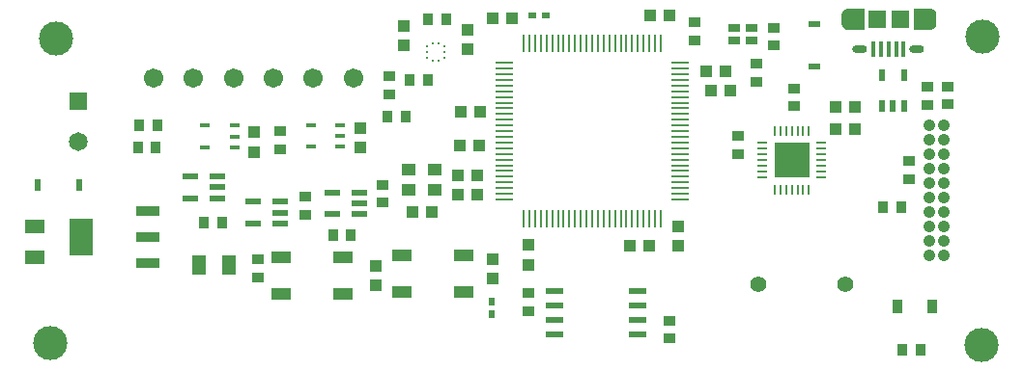
<source format=gbr>
%TF.GenerationSoftware,KiCad,Pcbnew,(6.0.9)*%
%TF.CreationDate,2022-12-21T09:32:13-07:00*%
%TF.ProjectId,Flight-Computer-Lite,466c6967-6874-42d4-936f-6d7075746572,rev?*%
%TF.SameCoordinates,Original*%
%TF.FileFunction,Soldermask,Top*%
%TF.FilePolarity,Negative*%
%FSLAX46Y46*%
G04 Gerber Fmt 4.6, Leading zero omitted, Abs format (unit mm)*
G04 Created by KiCad (PCBNEW (6.0.9)) date 2022-12-21 09:32:13*
%MOMM*%
%LPD*%
G01*
G04 APERTURE LIST*
%ADD10C,0.000100*%
%ADD11R,0.940000X1.020000*%
%ADD12R,1.020000X0.940000*%
%ADD13R,0.965200X1.295400*%
%ADD14R,1.700000X0.990600*%
%ADD15R,0.952500X0.406400*%
%ADD16R,1.100000X1.000000*%
%ADD17R,1.000000X0.800000*%
%ADD18R,0.609600X0.685800*%
%ADD19R,1.041400X0.584200*%
%ADD20R,1.270000X1.778000*%
%ADD21R,1.300000X1.100000*%
%ADD22C,3.000000*%
%ADD23C,1.066800*%
%ADD24R,1.000000X1.100000*%
%ADD25R,0.584200X1.041400*%
%ADD26R,0.685800X0.609600*%
%ADD27R,1.524000X0.558800*%
%ADD28R,0.400000X1.350000*%
%ADD29R,1.500000X1.550000*%
%ADD30O,1.300000X0.650000*%
%ADD31O,0.775000X1.550000*%
%ADD32R,1.650000X1.650000*%
%ADD33C,1.650000*%
%ADD34R,0.900000X0.254000*%
%ADD35R,0.254000X0.900000*%
%ADD36R,3.100000X3.100000*%
%ADD37R,0.558800X0.979300*%
%ADD38R,1.560000X0.280000*%
%ADD39R,0.280000X1.560000*%
%ADD40R,1.778000X1.270000*%
%ADD41R,1.320800X0.558800*%
%ADD42R,2.150000X0.950000*%
%ADD43R,2.150000X3.250000*%
%ADD44C,1.701800*%
%ADD45R,0.250000X0.275000*%
%ADD46R,0.275000X0.250000*%
%ADD47C,1.408000*%
G04 APERTURE END LIST*
%TO.C,P3*%
G36*
X231311600Y-77447500D02*
G01*
X231337600Y-77449500D01*
X231363600Y-77452500D01*
X231389600Y-77457500D01*
X231414600Y-77463500D01*
X231440600Y-77470500D01*
X231464600Y-77479500D01*
X231488600Y-77489500D01*
X231512600Y-77500500D01*
X231535600Y-77513500D01*
X231579600Y-77541500D01*
X231600600Y-77557500D01*
X231620600Y-77574500D01*
X231639600Y-77592500D01*
X231657600Y-77611500D01*
X231674600Y-77631500D01*
X231690600Y-77652500D01*
X231718600Y-77696500D01*
X231731600Y-77719500D01*
X231742600Y-77743500D01*
X231752600Y-77767500D01*
X231761600Y-77791500D01*
X231768600Y-77817500D01*
X231774600Y-77842500D01*
X231779600Y-77868500D01*
X231782600Y-77894500D01*
X231784600Y-77920500D01*
X231785600Y-77946500D01*
X231785600Y-78696500D01*
X231784600Y-78722500D01*
X231782600Y-78748500D01*
X231779600Y-78774500D01*
X231774600Y-78800500D01*
X231768600Y-78825500D01*
X231761600Y-78851500D01*
X231752600Y-78875500D01*
X231742600Y-78899500D01*
X231731600Y-78923500D01*
X231718600Y-78946500D01*
X231690600Y-78990500D01*
X231674600Y-79011500D01*
X231657600Y-79031500D01*
X231639600Y-79050500D01*
X231620600Y-79068500D01*
X231600600Y-79085500D01*
X231579600Y-79101500D01*
X231535600Y-79129500D01*
X231512600Y-79142500D01*
X231488600Y-79153500D01*
X231464600Y-79163500D01*
X231440600Y-79172500D01*
X231414600Y-79179500D01*
X231389600Y-79185500D01*
X231363600Y-79190500D01*
X231337600Y-79193500D01*
X231311600Y-79195500D01*
X231285600Y-79196500D01*
X229885600Y-79196500D01*
X229885600Y-77446500D01*
X231285600Y-77446500D01*
X231311600Y-77447500D01*
G37*
D10*
X231311600Y-77447500D02*
X231337600Y-77449500D01*
X231363600Y-77452500D01*
X231389600Y-77457500D01*
X231414600Y-77463500D01*
X231440600Y-77470500D01*
X231464600Y-77479500D01*
X231488600Y-77489500D01*
X231512600Y-77500500D01*
X231535600Y-77513500D01*
X231579600Y-77541500D01*
X231600600Y-77557500D01*
X231620600Y-77574500D01*
X231639600Y-77592500D01*
X231657600Y-77611500D01*
X231674600Y-77631500D01*
X231690600Y-77652500D01*
X231718600Y-77696500D01*
X231731600Y-77719500D01*
X231742600Y-77743500D01*
X231752600Y-77767500D01*
X231761600Y-77791500D01*
X231768600Y-77817500D01*
X231774600Y-77842500D01*
X231779600Y-77868500D01*
X231782600Y-77894500D01*
X231784600Y-77920500D01*
X231785600Y-77946500D01*
X231785600Y-78696500D01*
X231784600Y-78722500D01*
X231782600Y-78748500D01*
X231779600Y-78774500D01*
X231774600Y-78800500D01*
X231768600Y-78825500D01*
X231761600Y-78851500D01*
X231752600Y-78875500D01*
X231742600Y-78899500D01*
X231731600Y-78923500D01*
X231718600Y-78946500D01*
X231690600Y-78990500D01*
X231674600Y-79011500D01*
X231657600Y-79031500D01*
X231639600Y-79050500D01*
X231620600Y-79068500D01*
X231600600Y-79085500D01*
X231579600Y-79101500D01*
X231535600Y-79129500D01*
X231512600Y-79142500D01*
X231488600Y-79153500D01*
X231464600Y-79163500D01*
X231440600Y-79172500D01*
X231414600Y-79179500D01*
X231389600Y-79185500D01*
X231363600Y-79190500D01*
X231337600Y-79193500D01*
X231311600Y-79195500D01*
X231285600Y-79196500D01*
X229885600Y-79196500D01*
X229885600Y-77446500D01*
X231285600Y-77446500D01*
X231311600Y-77447500D01*
G36*
X225485600Y-79196500D02*
G01*
X224085600Y-79196500D01*
X224059600Y-79195500D01*
X224033600Y-79193500D01*
X224007600Y-79190500D01*
X223981600Y-79185500D01*
X223956600Y-79179500D01*
X223930600Y-79172500D01*
X223906600Y-79163500D01*
X223882600Y-79153500D01*
X223858600Y-79142500D01*
X223835600Y-79129500D01*
X223791600Y-79101500D01*
X223770600Y-79085500D01*
X223750600Y-79068500D01*
X223731600Y-79050500D01*
X223713600Y-79031500D01*
X223696600Y-79011500D01*
X223680600Y-78990500D01*
X223652600Y-78946500D01*
X223639600Y-78923500D01*
X223628600Y-78899500D01*
X223618600Y-78875500D01*
X223609600Y-78851500D01*
X223602600Y-78825500D01*
X223596600Y-78800500D01*
X223591600Y-78774500D01*
X223588600Y-78748500D01*
X223586600Y-78722500D01*
X223585600Y-78696500D01*
X223585600Y-77946500D01*
X223586600Y-77920500D01*
X223588600Y-77894500D01*
X223591600Y-77868500D01*
X223596600Y-77842500D01*
X223602600Y-77817500D01*
X223609600Y-77791500D01*
X223618600Y-77767500D01*
X223628600Y-77743500D01*
X223639600Y-77719500D01*
X223652600Y-77696500D01*
X223680600Y-77652500D01*
X223696600Y-77631500D01*
X223713600Y-77611500D01*
X223731600Y-77592500D01*
X223750600Y-77574500D01*
X223770600Y-77557500D01*
X223791600Y-77541500D01*
X223835600Y-77513500D01*
X223858600Y-77500500D01*
X223882600Y-77489500D01*
X223906600Y-77479500D01*
X223930600Y-77470500D01*
X223956600Y-77463500D01*
X223981600Y-77457500D01*
X224007600Y-77452500D01*
X224033600Y-77449500D01*
X224059600Y-77447500D01*
X224085600Y-77446500D01*
X225485600Y-77446500D01*
X225485600Y-79196500D01*
G37*
X225485600Y-79196500D02*
X224085600Y-79196500D01*
X224059600Y-79195500D01*
X224033600Y-79193500D01*
X224007600Y-79190500D01*
X223981600Y-79185500D01*
X223956600Y-79179500D01*
X223930600Y-79172500D01*
X223906600Y-79163500D01*
X223882600Y-79153500D01*
X223858600Y-79142500D01*
X223835600Y-79129500D01*
X223791600Y-79101500D01*
X223770600Y-79085500D01*
X223750600Y-79068500D01*
X223731600Y-79050500D01*
X223713600Y-79031500D01*
X223696600Y-79011500D01*
X223680600Y-78990500D01*
X223652600Y-78946500D01*
X223639600Y-78923500D01*
X223628600Y-78899500D01*
X223618600Y-78875500D01*
X223609600Y-78851500D01*
X223602600Y-78825500D01*
X223596600Y-78800500D01*
X223591600Y-78774500D01*
X223588600Y-78748500D01*
X223586600Y-78722500D01*
X223585600Y-78696500D01*
X223585600Y-77946500D01*
X223586600Y-77920500D01*
X223588600Y-77894500D01*
X223591600Y-77868500D01*
X223596600Y-77842500D01*
X223602600Y-77817500D01*
X223609600Y-77791500D01*
X223618600Y-77767500D01*
X223628600Y-77743500D01*
X223639600Y-77719500D01*
X223652600Y-77696500D01*
X223680600Y-77652500D01*
X223696600Y-77631500D01*
X223713600Y-77611500D01*
X223731600Y-77592500D01*
X223750600Y-77574500D01*
X223770600Y-77557500D01*
X223791600Y-77541500D01*
X223835600Y-77513500D01*
X223858600Y-77500500D01*
X223882600Y-77489500D01*
X223906600Y-77479500D01*
X223930600Y-77470500D01*
X223956600Y-77463500D01*
X223981600Y-77457500D01*
X224007600Y-77452500D01*
X224033600Y-77449500D01*
X224059600Y-77447500D01*
X224085600Y-77446500D01*
X225485600Y-77446500D01*
X225485600Y-79196500D01*
%TD*%
D11*
%TO.C,R24*%
X180571200Y-97282000D03*
X178991200Y-97282000D03*
%TD*%
D12*
%TO.C,R23*%
X172440600Y-101018400D03*
X172440600Y-99438400D03*
%TD*%
D13*
%TO.C,D4*%
X231470200Y-103555800D03*
X228422200Y-103555800D03*
%TD*%
D14*
%TO.C,B1*%
X190456800Y-102336399D03*
X185056800Y-102336399D03*
X190456800Y-99136401D03*
X185056800Y-99136401D03*
%TD*%
D15*
%TO.C,Q1*%
X170338750Y-89596001D03*
X170338750Y-88646000D03*
X170338750Y-87695999D03*
X167786050Y-87695999D03*
X167786050Y-89596001D03*
%TD*%
D16*
%TO.C,C2*%
X191908800Y-86461600D03*
X190208800Y-86461600D03*
%TD*%
D12*
%TO.C,R8*%
X231063800Y-85854600D03*
X231063800Y-84274600D03*
%TD*%
D11*
%TO.C,R16*%
X161897000Y-89611200D03*
X163477000Y-89611200D03*
%TD*%
D17*
%TO.C,D1*%
X214134000Y-79104400D03*
X215634000Y-79104400D03*
X215634000Y-80204400D03*
X214134000Y-80204400D03*
%TD*%
D18*
%TO.C,J1*%
X192938400Y-104241600D03*
X192938400Y-103124000D03*
%TD*%
D19*
%TO.C,D2*%
X221164430Y-78803500D03*
X221164430Y-82486500D03*
%TD*%
D20*
%TO.C,C13*%
X167264600Y-99923600D03*
X169906200Y-99923600D03*
%TD*%
D16*
%TO.C,C8*%
X191604000Y-92049600D03*
X189904000Y-92049600D03*
%TD*%
D21*
%TO.C,Y1*%
X185641600Y-93330600D03*
X187941600Y-93330600D03*
X187941600Y-91530600D03*
X185641600Y-91530600D03*
%TD*%
D16*
%TO.C,C14*%
X190132600Y-89433400D03*
X191832600Y-89433400D03*
%TD*%
D22*
%TO.C,H1*%
X235864400Y-106984800D03*
%TD*%
D23*
%TO.C,P2*%
X231230550Y-87706200D03*
X232500550Y-87706200D03*
X231230550Y-88976200D03*
X232500550Y-88976200D03*
X231230550Y-90246200D03*
X232500550Y-90246200D03*
X231230550Y-91516200D03*
X232500550Y-91516200D03*
X231230550Y-92786200D03*
X232500550Y-92786200D03*
X231230550Y-94056200D03*
X232500550Y-94056200D03*
X231230550Y-95326200D03*
X232500550Y-95326200D03*
X231230550Y-96596200D03*
X232500550Y-96596200D03*
X231230550Y-97866200D03*
X232500550Y-97866200D03*
X231230550Y-99136200D03*
X232500550Y-99136200D03*
%TD*%
D16*
%TO.C,C9*%
X191604000Y-93802200D03*
X189904000Y-93802200D03*
%TD*%
D24*
%TO.C,C3*%
X192989200Y-99403800D03*
X192989200Y-101103800D03*
%TD*%
D22*
%TO.C,H4*%
X154228800Y-106781600D03*
%TD*%
D16*
%TO.C,C18*%
X223025600Y-87985600D03*
X224725600Y-87985600D03*
%TD*%
%TO.C,C6*%
X211671800Y-82905600D03*
X213371800Y-82905600D03*
%TD*%
D25*
%TO.C,D3*%
X156781500Y-92919830D03*
X153098500Y-92919830D03*
%TD*%
D26*
%TO.C,J2*%
X196494400Y-78028800D03*
X197612000Y-78028800D03*
%TD*%
D12*
%TO.C,R2*%
X216128600Y-83822600D03*
X216128600Y-82242600D03*
%TD*%
%TO.C,R4*%
X229438200Y-92407800D03*
X229438200Y-90827800D03*
%TD*%
%TO.C,R9*%
X232841800Y-84249200D03*
X232841800Y-85829200D03*
%TD*%
D11*
%TO.C,R17*%
X187347800Y-78384400D03*
X188927800Y-78384400D03*
%TD*%
D27*
%TO.C,U3*%
X198437500Y-102235000D03*
X198437500Y-103505000D03*
X198437500Y-104775000D03*
X198437500Y-106045000D03*
X205727300Y-106045000D03*
X205727300Y-104775000D03*
X205727300Y-103505000D03*
X205727300Y-102235000D03*
%TD*%
D12*
%TO.C,R19*%
X174371000Y-88211600D03*
X174371000Y-89791600D03*
%TD*%
D28*
%TO.C,P3*%
X228985600Y-81021500D03*
X228335600Y-81021500D03*
X227685600Y-81021500D03*
X227035600Y-81021500D03*
X226385600Y-81021500D03*
D29*
X226685600Y-78321500D03*
D30*
X230185600Y-81021500D03*
D29*
X228685600Y-78321500D03*
D31*
X231185600Y-78321500D03*
X224185600Y-78321500D03*
D30*
X225185600Y-81021500D03*
%TD*%
D12*
%TO.C,R3*%
X210642200Y-80190400D03*
X210642200Y-78610400D03*
%TD*%
D16*
%TO.C,C17*%
X223025600Y-86055200D03*
X224725600Y-86055200D03*
%TD*%
D24*
%TO.C,C19*%
X172085000Y-90004000D03*
X172085000Y-88304000D03*
%TD*%
D32*
%TO.C,P1*%
X156670400Y-85575200D03*
D33*
X156670400Y-89075200D03*
%TD*%
D12*
%TO.C,R10*%
X208457800Y-106403200D03*
X208457800Y-104823200D03*
%TD*%
D34*
%TO.C,U4*%
X221790000Y-92228800D03*
X221790000Y-91728800D03*
X221790000Y-91228800D03*
X221790000Y-90728800D03*
X221790000Y-90228800D03*
X221790000Y-89728800D03*
X221790000Y-89228800D03*
D35*
X220700000Y-88138800D03*
X220200000Y-88138800D03*
X219700000Y-88138800D03*
X219200000Y-88138800D03*
X218700000Y-88138800D03*
X218200000Y-88138800D03*
X217700000Y-88138800D03*
D34*
X216610000Y-89228800D03*
X216610000Y-89728800D03*
X216610000Y-90228800D03*
X216610000Y-90728800D03*
X216610000Y-91228800D03*
X216610000Y-91728800D03*
X216610000Y-92228800D03*
D35*
X217700000Y-93318800D03*
X218200000Y-93318800D03*
X218700000Y-93318800D03*
X219200000Y-93318800D03*
X219700000Y-93318800D03*
X220200000Y-93318800D03*
X220700000Y-93318800D03*
D36*
X219200000Y-90728800D03*
%TD*%
D12*
%TO.C,R12*%
X219430600Y-84427000D03*
X219430600Y-86007000D03*
%TD*%
D37*
%TO.C,D5*%
X227116599Y-85998748D03*
X228066600Y-85998748D03*
X229016601Y-85998748D03*
X229016601Y-83266852D03*
X227116599Y-83266852D03*
%TD*%
D24*
%TO.C,C22*%
X190804800Y-80987000D03*
X190804800Y-79287000D03*
%TD*%
D38*
%TO.C,U1*%
X194024500Y-82188800D03*
X194024500Y-82688800D03*
X194024500Y-83188800D03*
X194024500Y-83688800D03*
X194024500Y-84188800D03*
X194024500Y-84688800D03*
X194024500Y-85188800D03*
X194024500Y-85688800D03*
X194024500Y-86188800D03*
X194024500Y-86688800D03*
X194024500Y-87188800D03*
X194024500Y-87688800D03*
X194024500Y-88188800D03*
X194024500Y-88688800D03*
X194024500Y-89188800D03*
X194024500Y-89688800D03*
X194024500Y-90188800D03*
X194024500Y-90688800D03*
X194024500Y-91188800D03*
X194024500Y-91688800D03*
X194024500Y-92188800D03*
X194024500Y-92688800D03*
X194024500Y-93188800D03*
X194024500Y-93688800D03*
X194024500Y-94188800D03*
D39*
X195704500Y-95868800D03*
X196204500Y-95868800D03*
X196704500Y-95868800D03*
X197204500Y-95868800D03*
X197704500Y-95868800D03*
X198204500Y-95868800D03*
X198704500Y-95868800D03*
X199204500Y-95868800D03*
X199704500Y-95868800D03*
X200204500Y-95868800D03*
X200704500Y-95868800D03*
X201204500Y-95868800D03*
X201704500Y-95868800D03*
X202204500Y-95868800D03*
X202704500Y-95868800D03*
X203204500Y-95868800D03*
X203704500Y-95868800D03*
X204204500Y-95868800D03*
X204704500Y-95868800D03*
X205204500Y-95868800D03*
X205704500Y-95868800D03*
X206204500Y-95868800D03*
X206704500Y-95868800D03*
X207204500Y-95868800D03*
X207704500Y-95868800D03*
D38*
X209384500Y-94188800D03*
X209384500Y-93688800D03*
X209384500Y-93188800D03*
X209384500Y-92688800D03*
X209384500Y-92188800D03*
X209384500Y-91688800D03*
X209384500Y-91188800D03*
X209384500Y-90688800D03*
X209384500Y-90188800D03*
X209384500Y-89688800D03*
X209384500Y-89188800D03*
X209384500Y-88688800D03*
X209384500Y-88188800D03*
X209384500Y-87688800D03*
X209384500Y-87188800D03*
X209384500Y-86688800D03*
X209384500Y-86188800D03*
X209384500Y-85688800D03*
X209384500Y-85188800D03*
X209384500Y-84688800D03*
X209384500Y-84188800D03*
X209384500Y-83688800D03*
X209384500Y-83188800D03*
X209384500Y-82688800D03*
X209384500Y-82188800D03*
D39*
X207704500Y-80508800D03*
X207204500Y-80508800D03*
X206704500Y-80508800D03*
X206204500Y-80508800D03*
X205704500Y-80508800D03*
X205204500Y-80508800D03*
X204704500Y-80508800D03*
X204204500Y-80508800D03*
X203704500Y-80508800D03*
X203204500Y-80508800D03*
X202704500Y-80508800D03*
X202204500Y-80508800D03*
X201704500Y-80508800D03*
X201204500Y-80508800D03*
X200704500Y-80508800D03*
X200204500Y-80508800D03*
X199704500Y-80508800D03*
X199204500Y-80508800D03*
X198704500Y-80508800D03*
X198204500Y-80508800D03*
X197704500Y-80508800D03*
X197204500Y-80508800D03*
X196704500Y-80508800D03*
X196204500Y-80508800D03*
X195704500Y-80508800D03*
%TD*%
D16*
%TO.C,C11*%
X205042400Y-98247200D03*
X206742400Y-98247200D03*
%TD*%
%TO.C,C15*%
X212154400Y-84632800D03*
X213854400Y-84632800D03*
%TD*%
D11*
%TO.C,R6*%
X228876800Y-107416600D03*
X230456800Y-107416600D03*
%TD*%
%TO.C,R14*%
X162024000Y-87655400D03*
X163604000Y-87655400D03*
%TD*%
D24*
%TO.C,C4*%
X209270600Y-96559000D03*
X209270600Y-98259000D03*
%TD*%
D12*
%TO.C,R7*%
X196113400Y-102410200D03*
X196113400Y-103990200D03*
%TD*%
D40*
%TO.C,C10*%
X152831800Y-96596200D03*
X152831800Y-99237800D03*
%TD*%
D11*
%TO.C,R18*%
X185696800Y-83718400D03*
X187276800Y-83718400D03*
%TD*%
D16*
%TO.C,C12*%
X185941600Y-95300800D03*
X187641600Y-95300800D03*
%TD*%
D15*
%TO.C,Q2*%
X179584350Y-89545201D03*
X179584350Y-88595200D03*
X179584350Y-87645199D03*
X177031650Y-87645199D03*
X177031650Y-89545201D03*
%TD*%
D14*
%TO.C,B2*%
X179839600Y-102463399D03*
X174439600Y-102463399D03*
X179839600Y-99263401D03*
X174439600Y-99263401D03*
%TD*%
D24*
%TO.C,C7*%
X196088000Y-98210000D03*
X196088000Y-99910000D03*
%TD*%
D41*
%TO.C,U5*%
X168833800Y-94066401D03*
X168833800Y-93116400D03*
X168833800Y-92166399D03*
X166446200Y-92166399D03*
X166446200Y-94066401D03*
%TD*%
D42*
%TO.C,U2*%
X162746600Y-99785200D03*
D43*
X156946600Y-97485200D03*
D42*
X162746600Y-97485200D03*
X162746600Y-95185200D03*
%TD*%
D11*
%TO.C,R15*%
X169242800Y-96189800D03*
X167662800Y-96189800D03*
%TD*%
D44*
%TO.C,P4*%
X180758803Y-83500501D03*
X177258800Y-83500501D03*
X173758799Y-83500501D03*
X170258798Y-83500501D03*
X166758798Y-83500501D03*
X163258797Y-83500501D03*
%TD*%
D11*
%TO.C,R20*%
X185346400Y-86918800D03*
X183766400Y-86918800D03*
%TD*%
D41*
%TO.C,U8*%
X181305200Y-95463401D03*
X181305200Y-94513400D03*
X181305200Y-93563399D03*
X178917600Y-93563399D03*
X178917600Y-95463401D03*
%TD*%
D12*
%TO.C,R11*%
X183896000Y-84965600D03*
X183896000Y-83385600D03*
%TD*%
%TO.C,R13*%
X214452200Y-90198000D03*
X214452200Y-88618000D03*
%TD*%
D41*
%TO.C,U7*%
X174345600Y-96301601D03*
X174345600Y-95351600D03*
X174345600Y-94401599D03*
X171958000Y-94401599D03*
X171958000Y-96301601D03*
%TD*%
D11*
%TO.C,R5*%
X228780400Y-94869000D03*
X227200400Y-94869000D03*
%TD*%
D24*
%TO.C,C20*%
X181406800Y-89597600D03*
X181406800Y-87897600D03*
%TD*%
D12*
%TO.C,R21*%
X176555400Y-93952000D03*
X176555400Y-95532000D03*
%TD*%
D45*
%TO.C,U6*%
X188261300Y-80492100D03*
X187761300Y-80492100D03*
D46*
X187248800Y-80754600D03*
X187248800Y-81254600D03*
X187248800Y-81754600D03*
D45*
X187761300Y-82017100D03*
X188261300Y-82017100D03*
D46*
X188773800Y-81754600D03*
X188773800Y-81254600D03*
X188773800Y-80754600D03*
%TD*%
D12*
%TO.C,R1*%
X217601800Y-80673000D03*
X217601800Y-79093000D03*
%TD*%
D24*
%TO.C,C21*%
X185191400Y-78931400D03*
X185191400Y-80631400D03*
%TD*%
D16*
%TO.C,C1*%
X208495000Y-78028800D03*
X206795000Y-78028800D03*
%TD*%
D22*
%TO.C,H2*%
X235915200Y-79857600D03*
%TD*%
D16*
%TO.C,C5*%
X194652000Y-78232000D03*
X192952000Y-78232000D03*
%TD*%
D24*
%TO.C,C16*%
X182702200Y-100013400D03*
X182702200Y-101713400D03*
%TD*%
D47*
%TO.C,BZ1*%
X216265600Y-101625400D03*
X223865600Y-101625400D03*
%TD*%
D22*
%TO.C,H3*%
X154686000Y-80010000D03*
%TD*%
D12*
%TO.C,R22*%
X183311800Y-94465200D03*
X183311800Y-92885200D03*
%TD*%
M02*

</source>
